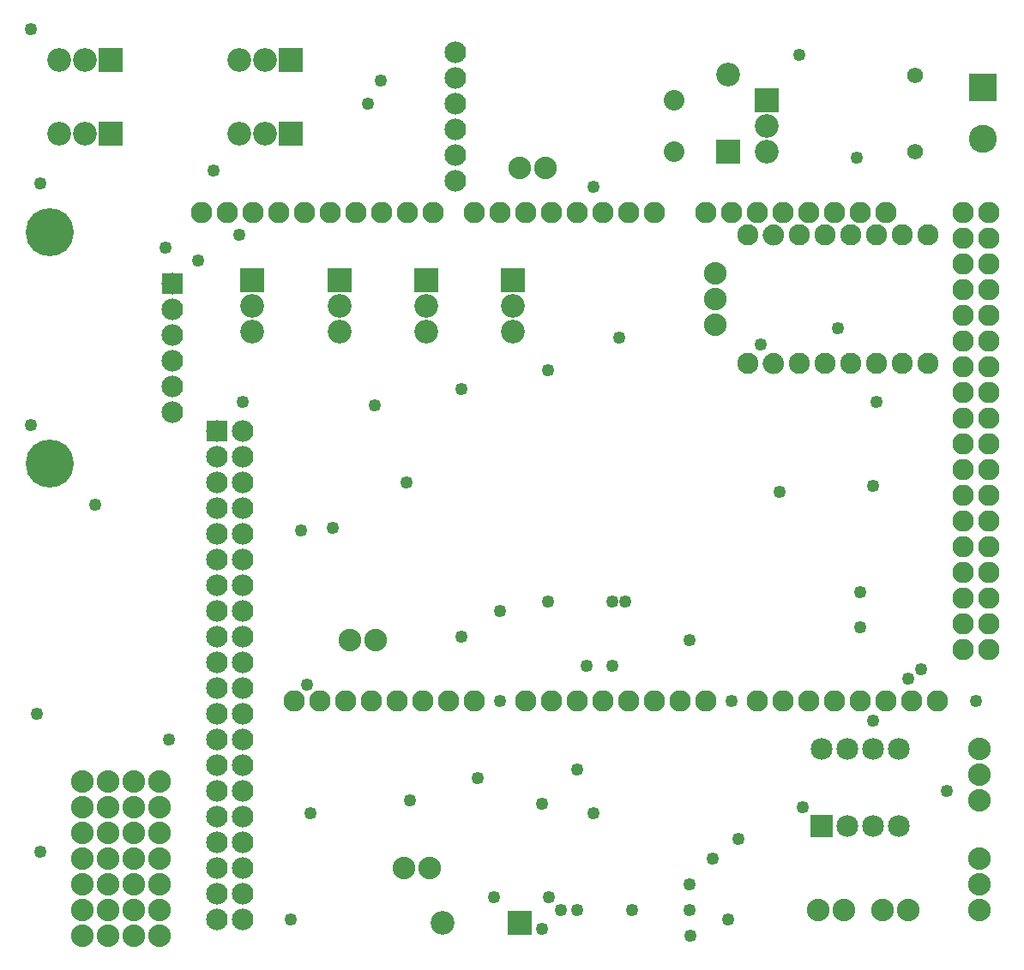
<source format=gbs>
G04 MADE WITH FRITZING*
G04 WWW.FRITZING.ORG*
G04 DOUBLE SIDED*
G04 HOLES PLATED*
G04 CONTOUR ON CENTER OF CONTOUR VECTOR*
%ASAXBY*%
%FSLAX23Y23*%
%MOIN*%
%OFA0B0*%
%SFA1.0B1.0*%
%ADD10C,0.082472*%
%ADD11C,0.082445*%
%ADD12C,0.082417*%
%ADD13C,0.049370*%
%ADD14C,0.084000*%
%ADD15C,0.092000*%
%ADD16C,0.080000*%
%ADD17C,0.187165*%
%ADD18C,0.088000*%
%ADD19C,0.085000*%
%ADD20C,0.082917*%
%ADD21C,0.061496*%
%ADD22C,0.109055*%
%ADD23R,0.084000X0.084000*%
%ADD24R,0.092000X0.092000*%
%ADD25R,0.085000X0.085000*%
%ADD26R,0.109055X0.109055*%
%ADD27R,0.001000X0.001000*%
%LNMASK0*%
G90*
G70*
G54D10*
X2844Y2472D03*
X3544Y2972D03*
X3444Y2972D03*
X3344Y2972D03*
X3244Y2972D03*
X3144Y2972D03*
G54D11*
X3044Y2972D03*
G54D10*
X2844Y2972D03*
G54D11*
X3544Y2472D03*
G54D12*
X3444Y2472D03*
G54D11*
X3344Y2472D03*
G54D10*
X3244Y2472D03*
G54D11*
X3144Y2472D03*
G54D12*
X3044Y2472D03*
G54D13*
X2707Y547D03*
X2769Y309D03*
X3282Y1447D03*
X1882Y1509D03*
X2244Y3159D03*
X3519Y1284D03*
X82Y1109D03*
X2070Y396D03*
X1857Y397D03*
X3269Y3272D03*
X3044Y3672D03*
X1107Y1822D03*
X57Y2234D03*
X882Y2322D03*
X1069Y309D03*
G54D14*
X607Y2784D03*
X607Y2684D03*
X607Y2584D03*
X607Y2484D03*
X607Y2384D03*
X607Y2283D03*
G54D13*
X94Y572D03*
X94Y3172D03*
X1144Y722D03*
X2394Y347D03*
X2182Y347D03*
X2119Y347D03*
X2044Y272D03*
X2244Y722D03*
X2620Y246D03*
X2619Y347D03*
X2619Y447D03*
X2181Y894D03*
X3469Y1247D03*
X2807Y622D03*
X307Y1922D03*
X582Y2922D03*
X707Y2872D03*
X1232Y1834D03*
X3619Y809D03*
X3344Y2322D03*
X3282Y1584D03*
X57Y3772D03*
X2319Y1547D03*
X2619Y1397D03*
X1794Y859D03*
X1519Y2009D03*
X1132Y1222D03*
X2219Y1297D03*
X2069Y1547D03*
X2319Y1297D03*
X2369Y1547D03*
X1732Y1409D03*
X3732Y1159D03*
X869Y2972D03*
X2344Y2572D03*
G54D15*
X1957Y297D03*
X1659Y297D03*
G54D16*
X2557Y3497D03*
X2557Y3297D03*
G54D13*
X1532Y772D03*
G54D14*
X1707Y3684D03*
X1707Y3584D03*
X1707Y3484D03*
X1707Y3384D03*
X1707Y3284D03*
X1707Y3184D03*
X1707Y3684D03*
X1707Y3584D03*
X1707Y3484D03*
X1707Y3384D03*
X1707Y3284D03*
X1707Y3184D03*
G54D13*
X3057Y747D03*
G54D17*
X132Y2084D03*
X132Y2984D03*
G54D13*
X1732Y2372D03*
X2069Y2447D03*
X1394Y2309D03*
X769Y3222D03*
X1369Y3484D03*
X1419Y3572D03*
X3332Y1084D03*
X1882Y1159D03*
X594Y1009D03*
X2782Y1159D03*
X3194Y2609D03*
X2969Y1972D03*
X3332Y1997D03*
X2044Y759D03*
G54D18*
X557Y347D03*
X457Y347D03*
X357Y347D03*
X257Y347D03*
X557Y847D03*
X457Y847D03*
X357Y847D03*
X257Y847D03*
X257Y647D03*
X357Y647D03*
X457Y647D03*
X457Y447D03*
X257Y447D03*
X357Y447D03*
X557Y447D03*
X257Y247D03*
X357Y247D03*
X257Y747D03*
X357Y747D03*
X457Y747D03*
X557Y247D03*
X457Y547D03*
X557Y547D03*
X1397Y1397D03*
X1297Y1397D03*
X257Y547D03*
X357Y547D03*
X557Y747D03*
X457Y247D03*
X557Y647D03*
G54D13*
X2894Y2547D03*
G54D19*
X3132Y672D03*
X3132Y972D03*
X3232Y672D03*
X3232Y972D03*
X3332Y672D03*
X3332Y972D03*
X3432Y672D03*
X3432Y972D03*
G54D14*
X882Y2209D03*
X882Y2109D03*
X882Y2009D03*
X882Y1909D03*
X882Y1809D03*
X882Y1709D03*
X882Y1609D03*
X882Y1509D03*
X882Y1409D03*
X882Y1309D03*
X882Y1209D03*
X882Y1109D03*
X882Y1009D03*
X882Y909D03*
X882Y809D03*
X882Y709D03*
X882Y609D03*
X882Y509D03*
X882Y409D03*
X882Y309D03*
X782Y2209D03*
X782Y2109D03*
X782Y2009D03*
X782Y1909D03*
X782Y1809D03*
X782Y1709D03*
X782Y1609D03*
X782Y1509D03*
X782Y1409D03*
X782Y1309D03*
X782Y1209D03*
X782Y1109D03*
X782Y1009D03*
X782Y909D03*
X782Y809D03*
X782Y709D03*
X782Y609D03*
X782Y509D03*
X782Y409D03*
X782Y309D03*
G54D20*
X2982Y1159D03*
X1382Y1159D03*
X3082Y1159D03*
X3182Y1159D03*
X3282Y1159D03*
X3382Y1159D03*
X3682Y2559D03*
X3482Y1159D03*
X3582Y1159D03*
X1422Y3059D03*
X1982Y1159D03*
X2082Y1159D03*
X2182Y1159D03*
X2282Y1159D03*
X3682Y1759D03*
X2382Y1159D03*
X2482Y1159D03*
X2582Y1159D03*
X2682Y1159D03*
X2182Y3059D03*
X3682Y2959D03*
X3682Y2159D03*
X3682Y1359D03*
X1022Y3059D03*
X1782Y1159D03*
X1782Y3059D03*
X3682Y2759D03*
X3682Y2359D03*
X3682Y1959D03*
X3382Y3059D03*
X3682Y1559D03*
X3282Y3059D03*
X3182Y3059D03*
X3082Y3059D03*
X2982Y3059D03*
X2882Y3059D03*
X2782Y3059D03*
X2682Y3059D03*
X822Y3059D03*
X1222Y3059D03*
X1622Y3059D03*
X1182Y1159D03*
X1582Y1159D03*
X2382Y3059D03*
X1982Y3059D03*
X3682Y3059D03*
X3682Y2859D03*
X3682Y2659D03*
X3682Y2459D03*
X3682Y2259D03*
X3682Y2059D03*
X3682Y1859D03*
X3682Y1659D03*
X3682Y1459D03*
X722Y3059D03*
X922Y3059D03*
X1122Y3059D03*
X1322Y3059D03*
X1522Y3059D03*
X1082Y1159D03*
X1282Y1159D03*
X1482Y1159D03*
X1682Y1159D03*
X2482Y3059D03*
X2282Y3059D03*
X2082Y3059D03*
X1882Y3059D03*
X3782Y3059D03*
X3782Y2959D03*
X3782Y2859D03*
X3782Y2759D03*
X3782Y2659D03*
X3782Y2559D03*
X3782Y2459D03*
X3782Y2359D03*
X3782Y2259D03*
X3782Y2159D03*
X3782Y2059D03*
X3782Y1959D03*
X3782Y1859D03*
X3782Y1759D03*
X3782Y1659D03*
X3782Y1559D03*
X3782Y1459D03*
X3782Y1359D03*
X2882Y1159D03*
G54D15*
X1257Y2797D03*
X1257Y2697D03*
X1257Y2597D03*
X1932Y2797D03*
X1932Y2697D03*
X1932Y2597D03*
X1594Y2797D03*
X1594Y2697D03*
X1594Y2597D03*
X919Y2797D03*
X919Y2697D03*
X919Y2597D03*
G54D18*
X3744Y347D03*
X3744Y447D03*
X3744Y547D03*
X3744Y972D03*
X3744Y872D03*
X3744Y772D03*
X2057Y3234D03*
X1957Y3234D03*
X2719Y2822D03*
X2719Y2722D03*
X2719Y2622D03*
X3119Y347D03*
X3219Y347D03*
X1607Y509D03*
X1507Y509D03*
X3469Y347D03*
X3369Y347D03*
G54D15*
X2919Y3497D03*
X2919Y3397D03*
X2919Y3297D03*
X2769Y3297D03*
X2769Y3595D03*
G54D21*
X3494Y3297D03*
X3494Y3592D03*
G54D15*
X369Y3366D03*
X269Y3366D03*
X169Y3366D03*
X1069Y3653D03*
X969Y3653D03*
X869Y3653D03*
X369Y3653D03*
X269Y3653D03*
X169Y3653D03*
X1069Y3366D03*
X969Y3366D03*
X869Y3366D03*
G54D22*
X3757Y3547D03*
X3757Y3347D03*
G54D23*
X607Y2784D03*
G54D24*
X1958Y297D03*
G54D25*
X3132Y672D03*
G54D23*
X782Y2209D03*
G54D24*
X1257Y2797D03*
X1932Y2797D03*
X1594Y2797D03*
X919Y2797D03*
X2919Y3497D03*
X2769Y3296D03*
X369Y3366D03*
X1069Y3653D03*
X369Y3653D03*
X1069Y3366D03*
G54D26*
X3757Y3547D03*
G54D27*
X2939Y3013D02*
X2948Y3013D01*
X2934Y3012D02*
X2954Y3012D01*
X2931Y3011D02*
X2957Y3011D01*
X2928Y3010D02*
X2960Y3010D01*
X2926Y3009D02*
X2962Y3009D01*
X2924Y3008D02*
X2964Y3008D01*
X2922Y3007D02*
X2965Y3007D01*
X2921Y3006D02*
X2967Y3006D01*
X2920Y3005D02*
X2968Y3005D01*
X2918Y3004D02*
X2970Y3004D01*
X2917Y3003D02*
X2971Y3003D01*
X2916Y3002D02*
X2972Y3002D01*
X2915Y3001D02*
X2973Y3001D01*
X2914Y3000D02*
X2974Y3000D01*
X2913Y2999D02*
X2975Y2999D01*
X2912Y2998D02*
X2975Y2998D01*
X2912Y2997D02*
X2976Y2997D01*
X2911Y2996D02*
X2977Y2996D01*
X2910Y2995D02*
X2978Y2995D01*
X2910Y2994D02*
X2978Y2994D01*
X2909Y2993D02*
X2979Y2993D01*
X2908Y2992D02*
X2979Y2992D01*
X2908Y2991D02*
X2980Y2991D01*
X2907Y2990D02*
X2980Y2990D01*
X2907Y2989D02*
X2981Y2989D01*
X2906Y2988D02*
X2981Y2988D01*
X2906Y2987D02*
X2982Y2987D01*
X2906Y2986D02*
X2982Y2986D01*
X2905Y2985D02*
X2983Y2985D01*
X2905Y2984D02*
X2983Y2984D01*
X2905Y2983D02*
X2983Y2983D01*
X2904Y2982D02*
X2983Y2982D01*
X2904Y2981D02*
X2984Y2981D01*
X2904Y2980D02*
X2984Y2980D01*
X2904Y2979D02*
X2984Y2979D01*
X2904Y2978D02*
X2984Y2978D01*
X2904Y2977D02*
X2984Y2977D01*
X2903Y2976D02*
X2984Y2976D01*
X2903Y2975D02*
X2984Y2975D01*
X2903Y2974D02*
X2984Y2974D01*
X2903Y2973D02*
X2985Y2973D01*
X2903Y2972D02*
X2985Y2972D01*
X2903Y2971D02*
X2985Y2971D01*
X2903Y2970D02*
X2984Y2970D01*
X2903Y2969D02*
X2984Y2969D01*
X2903Y2968D02*
X2984Y2968D01*
X2904Y2967D02*
X2984Y2967D01*
X2904Y2966D02*
X2984Y2966D01*
X2904Y2965D02*
X2984Y2965D01*
X2904Y2964D02*
X2984Y2964D01*
X2904Y2963D02*
X2983Y2963D01*
X2905Y2962D02*
X2983Y2962D01*
X2905Y2961D02*
X2983Y2961D01*
X2905Y2960D02*
X2983Y2960D01*
X2905Y2959D02*
X2982Y2959D01*
X2906Y2958D02*
X2982Y2958D01*
X2906Y2957D02*
X2982Y2957D01*
X2906Y2956D02*
X2981Y2956D01*
X2907Y2955D02*
X2981Y2955D01*
X2907Y2954D02*
X2980Y2954D01*
X2908Y2953D02*
X2980Y2953D01*
X2908Y2952D02*
X2979Y2952D01*
X2909Y2951D02*
X2979Y2951D01*
X2910Y2950D02*
X2978Y2950D01*
X2910Y2949D02*
X2977Y2949D01*
X2911Y2948D02*
X2977Y2948D01*
X2912Y2947D02*
X2976Y2947D01*
X2913Y2946D02*
X2975Y2946D01*
X2913Y2945D02*
X2974Y2945D01*
X2914Y2944D02*
X2973Y2944D01*
X2915Y2943D02*
X2973Y2943D01*
X2916Y2942D02*
X2971Y2942D01*
X2917Y2941D02*
X2970Y2941D01*
X2919Y2940D02*
X2969Y2940D01*
X2920Y2939D02*
X2968Y2939D01*
X2921Y2938D02*
X2966Y2938D01*
X2923Y2937D02*
X2965Y2937D01*
X2925Y2936D02*
X2963Y2936D01*
X2927Y2935D02*
X2961Y2935D01*
X2929Y2934D02*
X2959Y2934D01*
X2932Y2933D02*
X2956Y2933D01*
X2935Y2932D02*
X2952Y2932D01*
X2943Y2931D02*
X2945Y2931D01*
X2939Y2513D02*
X2948Y2513D01*
X2934Y2512D02*
X2954Y2512D01*
X2931Y2511D02*
X2957Y2511D01*
X2928Y2510D02*
X2960Y2510D01*
X2926Y2509D02*
X2962Y2509D01*
X2924Y2508D02*
X2964Y2508D01*
X2923Y2507D02*
X2965Y2507D01*
X2921Y2506D02*
X2967Y2506D01*
X2920Y2505D02*
X2968Y2505D01*
X2918Y2504D02*
X2969Y2504D01*
X2917Y2503D02*
X2971Y2503D01*
X2916Y2502D02*
X2972Y2502D01*
X2915Y2501D02*
X2973Y2501D01*
X2914Y2500D02*
X2974Y2500D01*
X2913Y2499D02*
X2975Y2499D01*
X2912Y2498D02*
X2975Y2498D01*
X2912Y2497D02*
X2976Y2497D01*
X2911Y2496D02*
X2977Y2496D01*
X2910Y2495D02*
X2978Y2495D01*
X2910Y2494D02*
X2978Y2494D01*
X2909Y2493D02*
X2979Y2493D01*
X2908Y2492D02*
X2979Y2492D01*
X2908Y2491D02*
X2980Y2491D01*
X2907Y2490D02*
X2980Y2490D01*
X2907Y2489D02*
X2981Y2489D01*
X2906Y2488D02*
X2981Y2488D01*
X2906Y2487D02*
X2982Y2487D01*
X2906Y2486D02*
X2982Y2486D01*
X2905Y2485D02*
X2982Y2485D01*
X2905Y2484D02*
X2983Y2484D01*
X2905Y2483D02*
X2983Y2483D01*
X2904Y2482D02*
X2983Y2482D01*
X2904Y2481D02*
X2984Y2481D01*
X2904Y2480D02*
X2984Y2480D01*
X2904Y2479D02*
X2984Y2479D01*
X2904Y2478D02*
X2984Y2478D01*
X2904Y2477D02*
X2984Y2477D01*
X2903Y2476D02*
X2984Y2476D01*
X2903Y2475D02*
X2984Y2475D01*
X2903Y2474D02*
X2984Y2474D01*
X2903Y2473D02*
X2985Y2473D01*
X2903Y2472D02*
X2985Y2472D01*
X2903Y2471D02*
X2985Y2471D01*
X2903Y2470D02*
X2984Y2470D01*
X2903Y2469D02*
X2984Y2469D01*
X2903Y2468D02*
X2984Y2468D01*
X2904Y2467D02*
X2984Y2467D01*
X2904Y2466D02*
X2984Y2466D01*
X2904Y2465D02*
X2984Y2465D01*
X2904Y2464D02*
X2984Y2464D01*
X2904Y2463D02*
X2983Y2463D01*
X2905Y2462D02*
X2983Y2462D01*
X2905Y2461D02*
X2983Y2461D01*
X2905Y2460D02*
X2983Y2460D01*
X2905Y2459D02*
X2982Y2459D01*
X2906Y2458D02*
X2982Y2458D01*
X2906Y2457D02*
X2982Y2457D01*
X2906Y2456D02*
X2981Y2456D01*
X2907Y2455D02*
X2981Y2455D01*
X2907Y2454D02*
X2980Y2454D01*
X2908Y2453D02*
X2980Y2453D01*
X2909Y2452D02*
X2979Y2452D01*
X2909Y2451D02*
X2979Y2451D01*
X2910Y2450D02*
X2978Y2450D01*
X2910Y2449D02*
X2977Y2449D01*
X2911Y2448D02*
X2977Y2448D01*
X2912Y2447D02*
X2976Y2447D01*
X2913Y2446D02*
X2975Y2446D01*
X2913Y2445D02*
X2974Y2445D01*
X2914Y2444D02*
X2973Y2444D01*
X2915Y2443D02*
X2972Y2443D01*
X2916Y2442D02*
X2971Y2442D01*
X2917Y2441D02*
X2970Y2441D01*
X2919Y2440D02*
X2969Y2440D01*
X2920Y2439D02*
X2968Y2439D01*
X2921Y2438D02*
X2966Y2438D01*
X2923Y2437D02*
X2965Y2437D01*
X2925Y2436D02*
X2963Y2436D01*
X2927Y2435D02*
X2961Y2435D01*
X2929Y2434D02*
X2959Y2434D01*
X2932Y2433D02*
X2956Y2433D01*
X2935Y2432D02*
X2952Y2432D01*
X2943Y2431D02*
X2945Y2431D01*
D02*
G04 End of Mask0*
M02*
</source>
